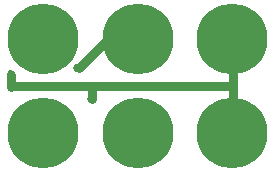
<source format=gbl>
%TF.GenerationSoftware,KiCad,Pcbnew,5.0.2-bee76a0~70~ubuntu16.04.1*%
%TF.CreationDate,2019-01-01T17:35:33-08:00*%
%TF.ProjectId,2x3-LED-RGB-Mini-Neopixel-SMT,3278332d-4c45-4442-9d52-47422d4d696e,1.0*%
%TF.SameCoordinates,Original*%
%TF.FileFunction,Copper,L2,Bot*%
%TF.FilePolarity,Positive*%
%FSLAX46Y46*%
G04 Gerber Fmt 4.6, Leading zero omitted, Abs format (unit mm)*
G04 Created by KiCad (PCBNEW 5.0.2-bee76a0~70~ubuntu16.04.1) date Tue Jan  1 17:35:33 2019*
%MOMM*%
%LPD*%
G01*
G04 APERTURE LIST*
%ADD10C,0.800000*%
%ADD11C,6.000000*%
%ADD12C,0.685800*%
%ADD13C,0.350000*%
%ADD14C,0.330200*%
G04 APERTURE END LIST*
D10*
X31700000Y-37900000D02*
X31700000Y-29800000D01*
X31700000Y-34000000D02*
X12900000Y-34000000D01*
X19700000Y-35050000D02*
X19700000Y-34000000D01*
X21150000Y-29900000D02*
X18600000Y-32450000D01*
X12900000Y-34100000D02*
X12900000Y-33050000D01*
D11*
X31600000Y-30000000D03*
X31600000Y-38000000D03*
D12*
X12900000Y-33000000D03*
X19650000Y-35050000D03*
D11*
X23600000Y-30000000D03*
X15600000Y-38000000D03*
X15600000Y-30000000D03*
X23600000Y-38000000D03*
D12*
X18500000Y-32450000D03*
D13*
X31600000Y-30000000D03*
X31600000Y-38000000D03*
D14*
X12900000Y-33000000D03*
X19650000Y-35050000D03*
D13*
X23600000Y-30000000D03*
X15600000Y-38000000D03*
X15600000Y-30000000D03*
X23600000Y-38000000D03*
D14*
X18500000Y-32450000D03*
M02*

</source>
